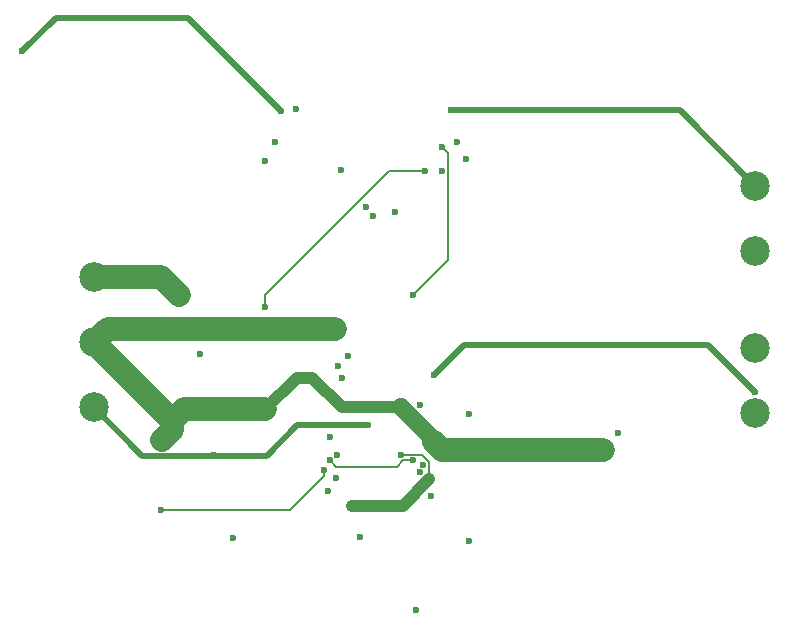
<source format=gbr>
%TF.GenerationSoftware,KiCad,Pcbnew,9.0.4-9.0.4-0~ubuntu24.04.1*%
%TF.CreationDate,2026-01-22T00:02:32-05:00*%
%TF.ProjectId,Mergung 1.18 TRACES,4d657267-756e-4672-9031-2e3138205452,rev?*%
%TF.SameCoordinates,Original*%
%TF.FileFunction,Copper,L3,Inr*%
%TF.FilePolarity,Positive*%
%FSLAX46Y46*%
G04 Gerber Fmt 4.6, Leading zero omitted, Abs format (unit mm)*
G04 Created by KiCad (PCBNEW 9.0.4-9.0.4-0~ubuntu24.04.1) date 2026-01-22 00:02:32*
%MOMM*%
%LPD*%
G01*
G04 APERTURE LIST*
%TA.AperFunction,ComponentPad*%
%ADD10C,2.500000*%
%TD*%
%TA.AperFunction,ViaPad*%
%ADD11C,0.600000*%
%TD*%
%TA.AperFunction,Conductor*%
%ADD12C,0.500000*%
%TD*%
%TA.AperFunction,Conductor*%
%ADD13C,2.000000*%
%TD*%
%TA.AperFunction,Conductor*%
%ADD14C,1.000000*%
%TD*%
%TA.AperFunction,Conductor*%
%ADD15C,1.500000*%
%TD*%
%TA.AperFunction,Conductor*%
%ADD16C,0.200000*%
%TD*%
G04 APERTURE END LIST*
D10*
%TO.N,Net-(Con2-Pin_1)*%
%TO.C,Con2*%
X103000000Y-34250000D03*
%TO.N,GNDPWR*%
X103000000Y-39750000D03*
%TD*%
%TO.N,VCC*%
%TO.C,Con1*%
X47000000Y-42000000D03*
%TO.N,GNDPWR*%
X47000000Y-47500000D03*
%TO.N,GNDREF*%
X47000000Y-53000000D03*
%TD*%
%TO.N,Net-(Con3-Pin_1)*%
%TO.C,Con3*%
X103000000Y-48000000D03*
%TO.N,GNDPWR*%
X103000000Y-53500000D03*
%TD*%
D11*
%TO.N,Net-(M4-D)*%
X75571700Y-60500000D03*
X74259500Y-70200000D03*
%TO.N,GNDREF*%
X64123300Y-27779300D03*
X70653300Y-36795000D03*
X74585100Y-58504100D03*
X56000000Y-48500000D03*
X62835300Y-27902100D03*
X62334300Y-30500000D03*
X61500000Y-32153500D03*
X40943300Y-22840000D03*
X57206500Y-57035300D03*
X70201800Y-54537200D03*
%TO.N,GNDPWR*%
X67500000Y-59000000D03*
X67403900Y-46333000D03*
X91397700Y-55182600D03*
X65500000Y-50500000D03*
X90137500Y-56612500D03*
X52762600Y-55786200D03*
%TO.N,VCC*%
X68815350Y-61315350D03*
X58747300Y-64050000D03*
X54202500Y-43500000D03*
X70000000Y-36000000D03*
X78500000Y-32000000D03*
X73000000Y-57000000D03*
%TO.N,Net-(Con2-Pin_1)*%
X77208100Y-27839500D03*
%TO.N,Net-(Con3-Pin_1)*%
X75811300Y-50275000D03*
X102997400Y-51730000D03*
%TO.N,Net-(U2-VCC)*%
X52685400Y-61684300D03*
X66500000Y-58328700D03*
X67676800Y-49480000D03*
%TO.N,Net-(U1-PFM{slash}SYNC)*%
X67881800Y-32942400D03*
X76500000Y-33000000D03*
%TO.N,Net-(U2-PFM{slash}SYNC)*%
X74000000Y-57500000D03*
X67000000Y-57500000D03*
%TO.N,Net-(U1-ISNS+)*%
X74000000Y-43500000D03*
X76500000Y-31000000D03*
%TO.N,Net-(U2-ISNS+)*%
X78746800Y-64280000D03*
X78746800Y-53595600D03*
%TO.N,Net-(M1-G)*%
X72500000Y-36500000D03*
X77735300Y-30500000D03*
%TO.N,Net-(M4-G)*%
X69500000Y-64000000D03*
X66794800Y-60103200D03*
%TO.N,Net-(U2-FB)*%
X68000000Y-50500000D03*
X67592400Y-57000000D03*
%TO.N,Net-(U1-PG{slash}SYNCOUT)*%
X61500000Y-44500000D03*
X75000000Y-33000000D03*
%TO.N,Net-(U2-PG{slash}SYNCOUT)*%
X74900000Y-57851100D03*
X74593900Y-52774200D03*
%TO.N,Net-(U2-RT)*%
X67000000Y-55500000D03*
X68505000Y-48655900D03*
%TD*%
D12*
%TO.N,GNDREF*%
X51099500Y-57099500D02*
X47000000Y-53000000D01*
X43783300Y-20000000D02*
X54933200Y-20000000D01*
X40943300Y-22840000D02*
X43783300Y-20000000D01*
X64226300Y-54537200D02*
X61664000Y-57099500D01*
X54933200Y-20000000D02*
X62835300Y-27902100D01*
X70201800Y-54537200D02*
X64226300Y-54537200D01*
X61664000Y-57099500D02*
X51099500Y-57099500D01*
D13*
%TO.N,GNDPWR*%
X53657000Y-54156900D02*
X53654900Y-54159000D01*
X48167000Y-46333000D02*
X47000000Y-47500000D01*
D14*
X65500000Y-50500000D02*
X68000000Y-53000000D01*
X64166900Y-50500000D02*
X61500000Y-53166900D01*
D13*
X66052100Y-46333000D02*
X67403900Y-46333000D01*
X53654900Y-54159000D02*
X53654900Y-54893900D01*
D14*
X68000000Y-53000000D02*
X73000000Y-53000000D01*
D15*
X75802700Y-55802700D02*
X75802700Y-55971200D01*
D13*
X53657000Y-54156900D02*
X54647000Y-53166900D01*
D14*
X65500000Y-50500000D02*
X64166900Y-50500000D01*
D13*
X53654900Y-54893900D02*
X52762600Y-55786200D01*
X66052100Y-46333000D02*
X48167000Y-46333000D01*
X53657000Y-54156900D02*
X47000000Y-47500000D01*
D15*
X73000000Y-53000000D02*
X75802700Y-55802700D01*
D13*
X75802700Y-55971200D02*
X76444000Y-56612500D01*
X76444000Y-56612500D02*
X90137500Y-56612500D01*
X54647000Y-53166900D02*
X61500000Y-53166900D01*
D14*
%TO.N,VCC*%
X75401000Y-59099000D02*
X73184650Y-61315350D01*
X73184650Y-61315350D02*
X72482371Y-61315350D01*
D16*
X73000000Y-57000000D02*
X74757421Y-57000000D01*
D13*
X54202500Y-43500000D02*
X52702500Y-42000000D01*
D16*
X74757421Y-57000000D02*
X75401000Y-57643579D01*
D14*
X72482371Y-61315350D02*
X68815350Y-61315350D01*
D13*
X52702500Y-42000000D02*
X47000000Y-42000000D01*
D16*
X75401000Y-57643579D02*
X75401000Y-59099000D01*
D12*
%TO.N,Net-(Con2-Pin_1)*%
X77208100Y-27839500D02*
X96589500Y-27839500D01*
X96589500Y-27839500D02*
X103000000Y-34250000D01*
%TO.N,Net-(Con3-Pin_1)*%
X75811300Y-50275000D02*
X78336300Y-47750000D01*
X78336300Y-47750000D02*
X99017400Y-47750000D01*
X99017400Y-47750000D02*
X102997400Y-51730000D01*
D16*
%TO.N,Net-(U2-VCC)*%
X63635500Y-61684300D02*
X52685400Y-61684300D01*
X66500000Y-58328700D02*
X66500000Y-58819800D01*
X66500000Y-58819800D02*
X63635500Y-61684300D01*
%TO.N,Net-(U2-PFM{slash}SYNC)*%
X72687800Y-58021300D02*
X73209100Y-57500000D01*
X73209100Y-57500000D02*
X74000000Y-57500000D01*
X67521300Y-58021300D02*
X72687800Y-58021300D01*
X67000000Y-57500000D02*
X67521300Y-58021300D01*
%TO.N,Net-(U1-ISNS+)*%
X77000000Y-31500000D02*
X76500000Y-31000000D01*
X77000000Y-31500000D02*
X77000000Y-40500000D01*
X77000000Y-40500000D02*
X74000000Y-43500000D01*
%TO.N,Net-(U1-PG{slash}SYNCOUT)*%
X75000000Y-33000000D02*
X72000000Y-33000000D01*
X61500000Y-43500000D02*
X61500000Y-44500000D01*
X72000000Y-33000000D02*
X61500000Y-43500000D01*
%TD*%
M02*

</source>
